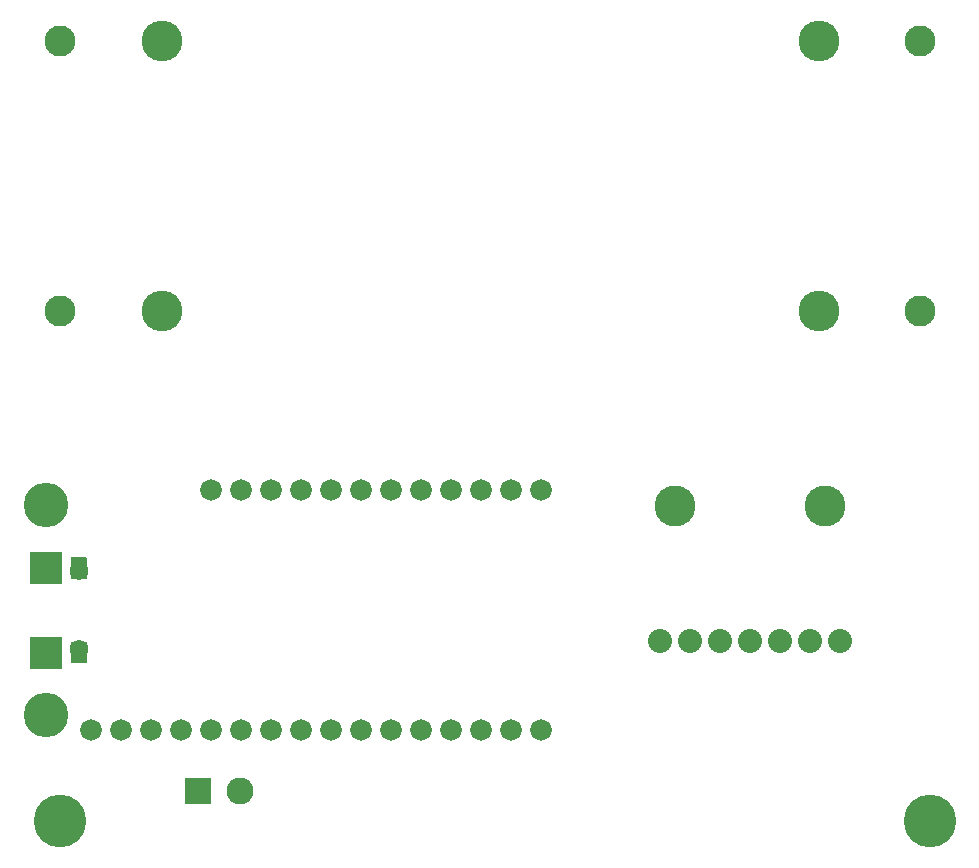
<source format=gbs>
G04 MADE WITH FRITZING*
G04 WWW.FRITZING.ORG*
G04 DOUBLE SIDED*
G04 HOLES PLATED*
G04 CONTOUR ON CENTER OF CONTOUR VECTOR*
%ASAXBY*%
%FSLAX23Y23*%
%MOIN*%
%OFA0B0*%
%SFA1.0B1.0*%
%ADD10C,0.136614*%
%ADD11C,0.080000*%
%ADD12C,0.090000*%
%ADD13C,0.103000*%
%ADD14C,0.136000*%
%ADD15C,0.148425*%
%ADD16C,0.105000*%
%ADD17C,0.061496*%
%ADD18C,0.072000*%
%ADD19C,0.175354*%
%ADD20R,0.090000X0.090000*%
%ADD21R,0.105000X0.105000*%
%ADD22R,0.001000X0.001000*%
%LNMASK0*%
G90*
G70*
G54D10*
X2800Y1249D03*
G54D11*
X2250Y799D03*
X2350Y799D03*
X2450Y799D03*
X2550Y799D03*
X2650Y799D03*
X2750Y799D03*
X2850Y799D03*
G54D10*
X2300Y1249D03*
G54D12*
X712Y299D03*
X850Y299D03*
X712Y299D03*
X850Y299D03*
G54D13*
X250Y2799D03*
G54D14*
X591Y2800D03*
G54D13*
X3119Y2800D03*
G54D14*
X2781Y2800D03*
G54D13*
X250Y2799D03*
G54D14*
X591Y2800D03*
G54D13*
X3119Y2800D03*
G54D14*
X2781Y2800D03*
G54D13*
X250Y1899D03*
G54D14*
X591Y1900D03*
G54D13*
X3119Y1900D03*
G54D14*
X2781Y1900D03*
G54D13*
X250Y1899D03*
G54D14*
X591Y1900D03*
G54D13*
X3119Y1900D03*
G54D14*
X2781Y1900D03*
G54D15*
X203Y551D03*
G54D16*
X204Y1042D03*
G54D17*
X314Y1031D03*
G54D18*
X1853Y501D03*
X1753Y501D03*
X1653Y501D03*
X1553Y501D03*
X1453Y501D03*
X1353Y501D03*
X1253Y501D03*
X1153Y501D03*
X1053Y501D03*
G54D15*
X203Y1251D03*
G54D18*
X953Y501D03*
X853Y501D03*
X753Y501D03*
X653Y501D03*
X553Y501D03*
X453Y501D03*
X353Y501D03*
X753Y1301D03*
X853Y1301D03*
X953Y1301D03*
X1053Y1301D03*
X1153Y1301D03*
X1253Y1301D03*
X1353Y1301D03*
X1453Y1301D03*
X1553Y1301D03*
X1653Y1301D03*
X1753Y1301D03*
X1853Y1301D03*
G54D17*
X314Y771D03*
G54D16*
X204Y759D03*
G54D19*
X250Y199D03*
X3150Y199D03*
G54D20*
X712Y299D03*
X712Y299D03*
G54D21*
X204Y1042D03*
X204Y759D03*
G54D22*
X288Y1077D02*
X338Y1077D01*
X288Y1076D02*
X339Y1076D01*
X288Y1075D02*
X339Y1075D01*
X288Y1074D02*
X339Y1074D01*
X288Y1073D02*
X339Y1073D01*
X288Y1072D02*
X339Y1072D01*
X288Y1071D02*
X339Y1071D01*
X288Y1070D02*
X339Y1070D01*
X288Y1069D02*
X339Y1069D01*
X288Y1068D02*
X339Y1068D01*
X288Y1067D02*
X339Y1067D01*
X288Y1066D02*
X339Y1066D01*
X288Y1065D02*
X339Y1065D01*
X288Y1064D02*
X339Y1064D01*
X288Y1063D02*
X339Y1063D01*
X288Y1062D02*
X339Y1062D01*
X288Y1061D02*
X339Y1061D01*
X288Y1060D02*
X339Y1060D01*
X288Y1059D02*
X339Y1059D01*
X288Y1058D02*
X339Y1058D01*
X288Y1057D02*
X339Y1057D01*
X288Y1056D02*
X339Y1056D01*
X288Y1055D02*
X339Y1055D01*
X288Y1054D02*
X339Y1054D01*
X288Y1053D02*
X339Y1053D01*
X288Y1052D02*
X339Y1052D01*
X288Y1051D02*
X339Y1051D01*
X288Y1050D02*
X339Y1050D01*
X288Y1049D02*
X339Y1049D01*
X288Y1048D02*
X339Y1048D01*
X288Y1047D02*
X339Y1047D01*
X288Y1046D02*
X308Y1046D01*
X319Y1046D02*
X339Y1046D01*
X288Y1045D02*
X306Y1045D01*
X321Y1045D02*
X339Y1045D01*
X288Y1044D02*
X304Y1044D01*
X323Y1044D02*
X339Y1044D01*
X288Y1043D02*
X303Y1043D01*
X324Y1043D02*
X339Y1043D01*
X288Y1042D02*
X302Y1042D01*
X325Y1042D02*
X339Y1042D01*
X288Y1041D02*
X301Y1041D01*
X326Y1041D02*
X339Y1041D01*
X288Y1040D02*
X300Y1040D01*
X327Y1040D02*
X339Y1040D01*
X288Y1039D02*
X299Y1039D01*
X327Y1039D02*
X339Y1039D01*
X288Y1038D02*
X299Y1038D01*
X328Y1038D02*
X339Y1038D01*
X288Y1037D02*
X298Y1037D01*
X328Y1037D02*
X339Y1037D01*
X288Y1036D02*
X298Y1036D01*
X329Y1036D02*
X339Y1036D01*
X288Y1035D02*
X298Y1035D01*
X329Y1035D02*
X339Y1035D01*
X288Y1034D02*
X297Y1034D01*
X329Y1034D02*
X339Y1034D01*
X288Y1033D02*
X297Y1033D01*
X329Y1033D02*
X339Y1033D01*
X288Y1032D02*
X297Y1032D01*
X329Y1032D02*
X339Y1032D01*
X288Y1031D02*
X297Y1031D01*
X329Y1031D02*
X339Y1031D01*
X288Y1030D02*
X297Y1030D01*
X329Y1030D02*
X339Y1030D01*
X288Y1029D02*
X297Y1029D01*
X329Y1029D02*
X339Y1029D01*
X288Y1028D02*
X297Y1028D01*
X329Y1028D02*
X339Y1028D01*
X288Y1027D02*
X298Y1027D01*
X329Y1027D02*
X339Y1027D01*
X288Y1026D02*
X298Y1026D01*
X329Y1026D02*
X339Y1026D01*
X288Y1025D02*
X298Y1025D01*
X328Y1025D02*
X339Y1025D01*
X288Y1024D02*
X299Y1024D01*
X328Y1024D02*
X339Y1024D01*
X288Y1023D02*
X299Y1023D01*
X327Y1023D02*
X339Y1023D01*
X288Y1022D02*
X300Y1022D01*
X327Y1022D02*
X339Y1022D01*
X288Y1021D02*
X301Y1021D01*
X326Y1021D02*
X339Y1021D01*
X288Y1020D02*
X302Y1020D01*
X325Y1020D02*
X339Y1020D01*
X288Y1019D02*
X303Y1019D01*
X324Y1019D02*
X339Y1019D01*
X288Y1018D02*
X304Y1018D01*
X323Y1018D02*
X339Y1018D01*
X288Y1017D02*
X306Y1017D01*
X321Y1017D02*
X339Y1017D01*
X288Y1016D02*
X308Y1016D01*
X319Y1016D02*
X339Y1016D01*
X288Y1015D02*
X339Y1015D01*
X288Y1014D02*
X339Y1014D01*
X288Y1013D02*
X339Y1013D01*
X288Y1012D02*
X339Y1012D01*
X288Y1011D02*
X339Y1011D01*
X288Y1010D02*
X339Y1010D01*
X288Y1009D02*
X339Y1009D01*
X288Y1008D02*
X339Y1008D01*
X288Y1007D02*
X339Y1007D01*
X288Y1006D02*
X339Y1006D01*
X310Y797D02*
X317Y797D01*
X288Y796D02*
X339Y796D01*
X288Y795D02*
X339Y795D01*
X288Y794D02*
X339Y794D01*
X288Y793D02*
X339Y793D01*
X288Y792D02*
X339Y792D01*
X288Y791D02*
X339Y791D01*
X288Y790D02*
X339Y790D01*
X288Y789D02*
X339Y789D01*
X288Y788D02*
X339Y788D01*
X288Y787D02*
X339Y787D01*
X288Y786D02*
X307Y786D01*
X319Y786D02*
X339Y786D01*
X288Y785D02*
X305Y785D01*
X321Y785D02*
X339Y785D01*
X288Y784D02*
X304Y784D01*
X323Y784D02*
X339Y784D01*
X288Y783D02*
X302Y783D01*
X324Y783D02*
X339Y783D01*
X288Y782D02*
X301Y782D01*
X325Y782D02*
X339Y782D01*
X288Y781D02*
X300Y781D01*
X326Y781D02*
X339Y781D01*
X288Y780D02*
X300Y780D01*
X327Y780D02*
X339Y780D01*
X288Y779D02*
X299Y779D01*
X327Y779D02*
X339Y779D01*
X288Y778D02*
X299Y778D01*
X328Y778D02*
X339Y778D01*
X288Y777D02*
X298Y777D01*
X328Y777D02*
X339Y777D01*
X288Y776D02*
X298Y776D01*
X329Y776D02*
X339Y776D01*
X288Y775D02*
X297Y775D01*
X329Y775D02*
X339Y775D01*
X288Y774D02*
X297Y774D01*
X329Y774D02*
X339Y774D01*
X288Y773D02*
X297Y773D01*
X329Y773D02*
X339Y773D01*
X288Y772D02*
X297Y772D01*
X329Y772D02*
X339Y772D01*
X288Y771D02*
X297Y771D01*
X329Y771D02*
X339Y771D01*
X288Y770D02*
X297Y770D01*
X329Y770D02*
X339Y770D01*
X288Y769D02*
X297Y769D01*
X329Y769D02*
X339Y769D01*
X288Y768D02*
X297Y768D01*
X329Y768D02*
X339Y768D01*
X288Y767D02*
X298Y767D01*
X329Y767D02*
X339Y767D01*
X288Y766D02*
X298Y766D01*
X329Y766D02*
X339Y766D01*
X288Y765D02*
X298Y765D01*
X328Y765D02*
X339Y765D01*
X288Y764D02*
X299Y764D01*
X328Y764D02*
X339Y764D01*
X288Y763D02*
X299Y763D01*
X327Y763D02*
X339Y763D01*
X288Y762D02*
X300Y762D01*
X327Y762D02*
X339Y762D01*
X288Y761D02*
X301Y761D01*
X326Y761D02*
X339Y761D01*
X288Y760D02*
X302Y760D01*
X325Y760D02*
X339Y760D01*
X288Y759D02*
X303Y759D01*
X324Y759D02*
X339Y759D01*
X288Y758D02*
X304Y758D01*
X322Y758D02*
X339Y758D01*
X288Y757D02*
X306Y757D01*
X321Y757D02*
X339Y757D01*
X288Y756D02*
X309Y756D01*
X318Y756D02*
X339Y756D01*
X288Y755D02*
X339Y755D01*
X288Y754D02*
X339Y754D01*
X288Y753D02*
X339Y753D01*
X288Y752D02*
X339Y752D01*
X288Y751D02*
X339Y751D01*
X288Y750D02*
X339Y750D01*
X288Y749D02*
X339Y749D01*
X288Y748D02*
X339Y748D01*
X288Y747D02*
X339Y747D01*
X288Y746D02*
X339Y746D01*
X288Y745D02*
X339Y745D01*
X288Y744D02*
X339Y744D01*
X288Y743D02*
X339Y743D01*
X288Y742D02*
X339Y742D01*
X288Y741D02*
X339Y741D01*
X288Y740D02*
X339Y740D01*
X288Y739D02*
X339Y739D01*
X288Y738D02*
X339Y738D01*
X288Y737D02*
X339Y737D01*
X288Y736D02*
X339Y736D01*
X288Y735D02*
X339Y735D01*
X288Y734D02*
X339Y734D01*
X288Y733D02*
X339Y733D01*
X288Y732D02*
X339Y732D01*
X288Y731D02*
X339Y731D01*
X288Y730D02*
X339Y730D01*
X288Y729D02*
X339Y729D01*
X288Y728D02*
X339Y728D01*
X288Y727D02*
X339Y727D01*
X288Y726D02*
X339Y726D01*
X288Y725D02*
X338Y725D01*
D02*
G04 End of Mask0*
M02*
</source>
